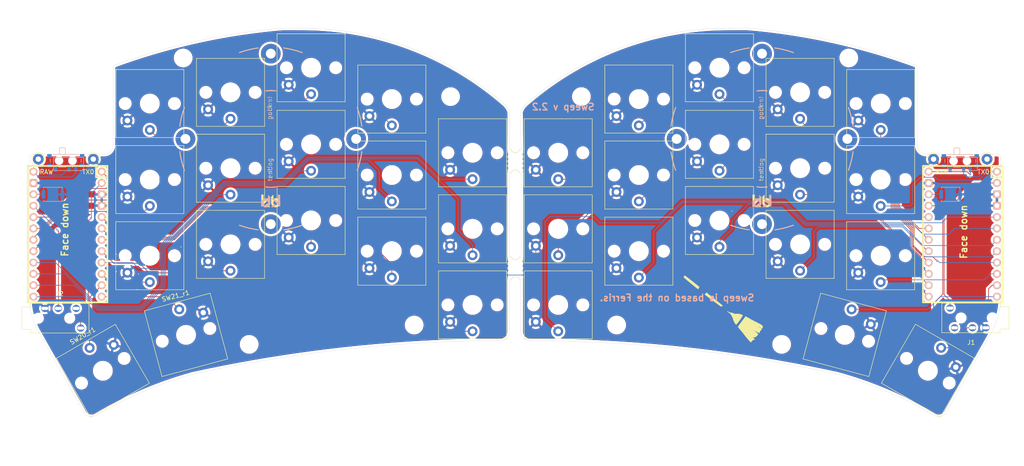
<source format=kicad_pcb>
(kicad_pcb (version 20211014) (generator pcbnew)
  (layers (0 "F.Cu" signal) (31 "B.Cu" signal) (34 "B.Paste" user) (35 "F.Paste" user) (36 "B.SilkS" user "B.Silkscreen") (37 "F.SilkS" user "F.Silkscreen") (38 "B.Mask" user) (39 "F.Mask" user) (44 "Edge.Cuts" user))
  (net 0 "")
  (net 1 "gnd")
  (net 2 "vcc")
  (net 3 "Switch18")
  (net 4 "reset")
  (net 5 "Switch1")
  (net 6 "Switch2")
  (net 7 "Switch3")
  (net 8 "Switch4")
  (net 9 "Switch5")
  (net 10 "Switch6")
  (net 11 "Switch7")
  (net 12 "Switch8")
  (net 13 "Switch9")
  (net 14 "Switch10")
  (net 15 "Switch11")
  (net 16 "Switch12")
  (net 17 "Switch13")
  (net 18 "Switch14")
  (net 19 "Switch15")
  (net 20 "Switch16")
  (net 21 "Switch17")
  (net 22 "raw")
  (net 23 "BT+_r")
  (net 24 "Switch18_r")
  (net 25 "reset_r")
  (net 26 "Switch9_r")
  (net 27 "Switch10_r")
  (net 28 "Switch11_r")
  (net 29 "Switch12_r")
  (net 30 "Switch13_r")
  (net 31 "Switch14_r")
  (net 32 "Switch15_r")
  (net 33 "Switch16_r")
  (net 34 "Switch17_r")
  (net 35 "Switch1_r")
  (net 36 "Switch2_r")
  (net 37 "Switch3_r")
  (net 38 "Switch4_r")
  (net 39 "Switch5_r")
  (net 40 "Switch6_r")
  (net 41 "Switch7_r")
  (net 42 "Switch8_r")
  (net 43 "BT+")
  (net 48 "vcc_r")
  (net 49 "raw_r")
  (footprint "env_extra:PJ-320A" (layer "F.Cu") (at 20.1032 84.16)
    (fp_text reference "J2")
    (fp_text value "AudioJack4dpb")
  )
  (footprint "Switch_Keyboard_Kailh:SW_Kailh_Choc_V1" (layer "F.Cu") (at 175.856 64.516 180)
    (fp_text reference "SW16")
    (fp_text value "SW_Push")
  )
  (footprint "Switch_Keyboard_Kailh:SW_Kailh_Choc_V1" (layer "F.Cu") (at 222.386 98.082 -30)
    (fp_text reference "SW20")
    (fp_text value "SW_Push")
  )
  (footprint "Switch_Keyboard_Kailh:SW_Kailh_Choc_V1" (layer "F.Cu") (at 157.856 71.374 180)
    (fp_text reference "SW15")
    (fp_text value "SW_Push")
  )
  (footprint "Switch_Keyboard_Kailh:SW_Kailh_Choc_V1" (layer "F.Cu") (at 203.826 90.082 -15)
    (fp_text reference "SW21")
    (fp_text value "SW_Push")
  )
  (footprint "Switch_Keyboard_Kailh:SW_Kailh_Choc_V1" (layer "F.Cu") (at 193.856 69.85 180)
    (fp_text reference "SW17")
    (fp_text value "SW_Push")
  )
  (footprint "Switch_Keyboard_Kailh:SW_Kailh_Choc_V1" (layer "F.Cu") (at 211.836 72.39 180)
    (fp_text reference "SW18")
    (fp_text value "SW_Push")
  )
  (footprint "Switch_Keyboard_Kailh:SW_Kailh_Choc_V1" (layer "F.Cu") (at 175.856 30.382 180)
    (fp_text reference "SW4")
    (fp_text value "SW_Push")
  )
  (footprint "Switch_Keyboard_Kailh:SW_Kailh_Choc_V1" (layer "F.Cu") (at 157.856 37.382 180)
    (fp_text reference "SW3")
    (fp_text value "SW_Push")
  )
  (footprint "Switch_Keyboard_Kailh:SW_Kailh_Choc_V1" (layer "F.Cu") (at 157.856 54.356 180)
    (fp_text reference "SW9")
    (fp_text value "SW_Push")
  )
  (footprint "Switch_Keyboard_Kailh:SW_Kailh_Choc_V1" (layer "F.Cu") (at 139.856 83.382 180)
    (fp_text reference "SW14")
    (fp_text value "SW_Push")
  )
  (footprint "Switch_Keyboard_Kailh:SW_Kailh_Choc_V1" (layer "F.Cu") (at 211.836 55.372 180)
    (fp_text reference "SW12")
    (fp_text value "SW_Push")
  )
  (footprint "Switch_Keyboard_Kailh:SW_Kailh_Choc_V1" (layer "F.Cu") (at 193.856 52.832 180)
    (fp_text reference "SW11")
    (fp_text value "SW_Push")
  )
  (footprint "Switch_Keyboard_Kailh:SW_Kailh_Choc_V1" (layer "F.Cu") (at 139.856 66.382 180)
    (fp_text reference "SW8")
    (fp_text value "SW_Push")
  )
  (footprint "Switch_Keyboard_Kailh:SW_Kailh_Choc_V1" (layer "F.Cu") (at 211.856 38.382 180)
    (fp_text reference "SW6")
    (fp_text value "SW_Push")
  )
  (footprint "Switch_Keyboard_Kailh:SW_Kailh_Choc_V1" (layer "F.Cu") (at 193.856 35.882 180)
    (fp_text reference "SW5")
    (fp_text value "SW_Push")
  )
  (footprint "Switch_Keyboard_Kailh:SW_Kailh_Choc_V1" (layer "F.Cu") (at 139.856 49.382 180)
    (fp_text reference "SW2")
    (fp_text value "SW_Push")
  )
  (footprint "Duckyb-Parts:mouse-bite-5mm-slot-with-space-for-track" (layer "F.Cu") (at 130.302 75.184)
    (fp_text reference "mouse-bite-2mm-slot-2" hide)
    (fp_text value "VAL**" hide)
  )
  (footprint "Switch_Keyboard_Kailh:SW_Kailh_Choc_V1" (layer "F.Cu") (at 175.856 47.498 180)
    (fp_text reference "SW10")
    (fp_text value "SW_Push")
  )
  (footprint "kbd:Tenting_Puck2" (layer "F.Cu") (at 185.356 46.282)
    (fp_text reference "PUCK1")
    (fp_text value "Tenting Puck")
  )
  (footprint "Connector_Pin:Pin_D1.0mm_L10.0mm_LooseFit" (layer "F.Cu") (at 23.786725 50.8 180)
    (fp_text reference "Bat+r1")
    (fp_text value "MountingHole_Pad")
  )
  (footprint "Connector_Pin:Pin_D1.0mm_L10.0mm_LooseFit" (layer "F.Cu") (at 223.647 50.8)
    (fp_text reference "BatGND1")
    (fp_text value "MountingHole_Pad")
  )
  (footprint "env_extra:PJ-320A" (layer "F.Cu") (at 240.4872 88.4936 180)
    (fp_text reference "J1")
    (fp_text value "AudioJack4dpb")
  )
  (footprint "Switch_Keyboard_Kailh:SW_Kailh_Choc_V1" (layer "F.Cu") (at 48.686 72.39 180)
    (fp_text reference "SW18_r1")
    (fp_text value "SW_Push")
  )
  (footprint "Switch_Keyboard_Kailh:SW_Kailh_Choc_V1" (layer "F.Cu") (at 66.7 52.832 180)
    (fp_text reference "SW11_r1")
    (fp_text value "SW_Push")
  )
  (footprint "Switch_Keyboard_Kailh:SW_Kailh_Choc_V1" (layer "F.Cu") (at 84.688 64.516 180)
    (fp_text reference "SW16_r1")
    (fp_text value "SW_Push")
  )
  (footprint "Switch_Keyboard_Kailh:SW_Kailh_Choc_V1" (layer "F.Cu") (at 102.714 71.374 180)
    (fp_text reference "SW15_r1")
    (fp_text value "SW_Push")
  )
  (footprint "Switch_Keyboard_Kailh:SW_Kailh_Choc_V1" (layer "F.Cu") (at 48.686 38.382 180)
    (fp_text reference "SW6_r1")
    (fp_text value "SW_Push")
  )
  (footprint "Switch_Keyboard_Kailh:SW_Kailh_Choc_V1" (layer "F.Cu") (at 66.7 35.882 180)
    (fp_text reference "SW5_r1")
    (fp_text value "SW_Push")
  )
  (footprint "Switch_Keyboard_Kailh:SW_Kailh_Choc_V1" (layer "F.Cu") (at 120.732 49.382 180)
    (fp_text reference "SW2_r1")
    (fp_text value "SW_Push")
  )
  (footprint "Switch_Keyboard_Kailh:SW_Kailh_Choc_V1" (layer "F.Cu") (at 66.7 69.85 180)
    (fp_text reference "SW17_r1")
    (fp_text value "SW_Push")
  )
  (footprint "Switch_Keyboard_Kailh:SW_Kailh_Choc_V1" (layer "F.Cu") (at 84.688 30.382 180)
    (fp_text reference "SW4_r1")
    (fp_text value "SW_Push")
  )
  (footprint "Switch_Keyboard_Kailh:SW_Kailh_Choc_V1" (layer "F.Cu") (at 120.732 83.382 180)
    (fp_text reference "SW14_r1")
    (fp_text value "SW_Push")
  )
  (footprint "Switch_Keyboard_Kailh:SW_Kailh_Choc_V1" (layer "F.Cu") (at 48.686 55.372 180)
    (fp_text reference "SW12_r1")
    (fp_text value "SW_Push")
  )
  (footprint "Switch_Keyboard_Kailh:SW_Kailh_Choc_V1" (layer "F.Cu") (at 102.714 37.382 180)
    (fp_text reference "SW3_r1")
    (fp_text value "SW_Push")
  )
  (footprint "Switch_Keyboard_Kailh:SW_Kailh_Choc_V1" (layer "F.Cu") (at 102.714 54.356 180)
    (fp_text reference "SW9_r1")
    (fp_text value "SW_Push")
  )
  (footprint "Switch_Keyboard_Kailh:SW_Kailh_Choc_V1" (layer "F.Cu") (at 84.688 47.498 180)
    (fp_text reference "SW10_r1")
    (fp_text value "SW_Push")
  )
  (footprint "Switch_Keyboard_Kailh:SW_Kailh_Choc_V1" (layer "F.Cu") (at 120.732 66.382 180)
    (fp_text reference "SW8_r1")
    (fp_text value "SW_Push")
  )
  (footprint "kbd:Tenting_Puck2" (layer "F.Cu") (at 75.692 46.282)
    (fp_text reference "PUCK2")
    (fp_text value "Tenting Puck")
  )
  (footprint "Connector_Pin:Pin_D1.0mm_L10.0mm_LooseFit" (layer "F.Cu") (at 36.068 50.8)
    (fp_text reference "BatGND4")
    (fp_text value "MountingHole_Pad")
  )
  (footprint "Connector_Pin:Pin_D1.0mm_L10.0mm_LooseFit" (layer "F.Cu") (at 235.585 50.8 180)
    (fp_text reference "Bat+1")
    (fp_text value "MountingHole_Pad")
  )
  (footprint "Switch_Keyboard_Kailh:SW_Kailh_Choc_V1" (layer "F.Cu") (at 38.2 98.1 30)
    (fp_text reference "SW20_r1")
    (fp_text value "SW_Push")
  )
  (footprint "MountingHole:MountingHole_3.2mm_M3" (layer "F.Cu") (at 107.696 87.884)
    (fp_text reference "H7")
    (fp_text value "MountingHole")
  )
  (footprint "Duckyb-Parts:mouse-bite-5mm-slot-with-space-for-track" (layer "F.Cu") (at 130.302 51.275)
    (fp_text reference "mouse-bite-2mm-slot-1" hide)
    (fp_text value "VAL**" hide)
  )
  (footprint "MountingHole:MountingHole_3.2mm_M3" (layer "F.Cu") (at 152.908 87.884)
    (fp_text reference "H8")
    (fp_text value "MountingHole")
  )
  (footprint "MountingHole:MountingHole_3.2mm_M3" (layer "F.Cu") (at 145.034 36.83)
    (fp_text reference "H5")
    (fp_text value "MountingHole")
  )
  (footprint "MountingHole:MountingHole_3.2mm_M3" (layer "F.Cu") (at 70.866 92.202)
    (fp_text reference "H3")
    (fp_text value "MountingHole")
  )
  (footprint "Kailh:ferris_broom" (layer "F.Cu") (at 175.58 84.09 7)
    (fp_text reference "G***" hide)
    (fp_text value "LOGO" hide)
  )
  (footprint "MountingHole:MountingHole_3.2mm_M3" (layer "F.Cu") (at 56.134 28.194)
    (fp_text reference "H1")
    (fp_text value "MountingHole")
  )
  (footprint "MountingHole:MountingHole_3.2mm_M3" (layer "F.Cu") (at 189.738 92.202)
    (fp_text reference "H6")
    (fp_text value "MountingHole")
  )
  (footprint "MountingHole:MountingHole_3.2mm_M3" (layer "F.Cu") (at 115.824 36.83)
    (fp_text reference "H4")
    (fp_text value "MountingHole")
  )
  (footprint "Switch_Keyboard_Kailh:SW_Kailh_Choc_V1" (layer "F.Cu") (at 56.775 90.075 15)
    (fp_text reference "SW21_r1")
    (fp_text value "SW_Push")
  )
  (footprint "MountingHole:MountingHole_3.2mm_M3" (layer "F.Cu") (at 204.724 28.194)
    (fp_text reference "H2")
    (fp_text value "MountingHole")
  )
  (footprint "Keebio-Parts:ArduinoProMicro-BackSide" (layer "B.Cu") (at 230.178 67.564 -90)
    (fp_text reference "U1" hide)
    (fp_text value "ProMicro-kbd" hide)
  )
  (footprint "Button_Switch_SMD:SW_SPDT_PCM12" (layer "B.Cu") (at 29.9212 51.4782)
    (fp_text reference "SW_POWERR1")
    (fp_text value "SW_SPDT")
  )
  (footprint "Button_Switch_SMD:SW_Push_SPST_NO_Alps_SKRK" (layer "B.Cu") (at 227.457 58.674 180)
    (fp_text reference "RSW1")
    (fp_text value "Reset Button")
  )
  (footprint "Keebio-Parts:ArduinoProMicro-BackSide" (layer "B.Cu") (at 30.326 67.564 -90)
    (fp_text reference "U2" hide)
    (fp_text value "ProMicro-kbd" hide)
  )
  (footprint "Button_Switch_SMD:SW_SPDT_PCM12" (layer "B.Cu") (at 229.616 51.529)
    (fp_text reference "SW_POWER1")
    (fp_text value "SW_SPDT")
  )
  (footprint "Button_Switch_SMD:SW_Push_SPST_NO_Alps_SKRK" (layer "B.Cu") (at 27.051 58.674 180)
    (fp_text reference "RSW2")
    (fp_text value "Reset Button")
  )
  (gr_rect (start 27.178 50.419) (end 33.909 53.34) (layer "B.SilkS") (width 0.12) (fill none))
  (gr_rect (start 226.822 50.419) (end 233.426 53.34) (layer "B.SilkS") (width 0.12) (fill none))
  (gr_line (start 131.5085 77.724) (end 131.506254 89.547024) (layer "Edge.Cuts") (width 0.05))
  (gr_line (start 219.998001 47.763999) (end 219.998045 30.439419) (layer "Edge.Cuts") (width 0.05))
  (gr_arc (start 226.446 107.451265) (mid 225.204995 108.32098) (end 223.714 108.05) (layer "Edge.Cuts") (width 0.05))
  (gr_arc (start 222.033002 49.694917) (mid 220.620534 49.145716) (end 219.998001 47.763999) (layer "Edge.Cuts") (width 0.05))
  (gr_arc (start 182.067777 21.502679) (mid 201.091879 24.375764) (end 219.56329 29.758889) (layer "Edge.Cuts") (width 0.05))
  (gr_arc (start 132.893 38.265) (mid 153.988491 25.788882) (end 178.120389 21.508139) (layer "Edge.Cuts") (width 0.05))
  (gr_arc (start 237.938 49.692) (mid 238.46833 49.91167) (end 238.688 50.442) (layer "Edge.Cuts") (width 0.05))
  (gr_arc (start 131.466055 40.278702) (mid 132.022929 39.160882) (end 132.893 38.265) (layer "Edge.Cuts") (width 0.05))
  (gr_arc (start 133.544 91.383119) (mid 132.156573 90.874102) (end 131.506254 89.547024) (layer "Edge.Cuts") (width 0.05))
  (gr_arc (start 219.56329 29.758889) (mid 219.880079 30.035645) (end 219.998045 30.439419) (layer "Edge.Cuts") (width 0.05))
  (gr_arc (start 202.185134 98.863946) (mid 213.262488 102.723597) (end 223.714 108.05) (layer "Edge.Cuts") (width 0.05))
  (gr_line (start 222.033002 49.694917) (end 237.938 49.692) (layer "Edge.Cuts") (width 0.05))
  (gr_arc (start 133.544 91.383119) (mid 168.064442 93.289554) (end 202.185134 98.863946) (layer "Edge.Cuts") (width 0.05))
  (gr_line (start 238.688 58.42) (end 238.688 66.548) (layer "Edge.Cuts") (width 0.05))
  (gr_line (start 236.953304 88.85815) (end 226.446 107.451265) (layer "Edge.Cuts") (width 0.05))
  (gr_arc (start 238.7 81.534) (mid 238.242913 85.295347) (end 236.953304 88.85815) (layer "Edge.Cuts") (width 0.05))
  (gr_line (start 182.067777 21.502679) (end 178.120389 21.508139) (layer "Edge.Cuts") (width 0.05))
  (gr_line (start 238.688 50.442) (end 238.688 58.42) (layer "Edge.Cuts") (width 0.05))
  (gr_line (start 131.466055 40.278702) (end 131.572 48.768) (layer "Edge.Cuts") (width 0.05))
  (gr_line (start 129.3495 48.768) (end 128.96 48.768) (layer "Edge.Cuts") (width 0.05))
  (gr_line (start 238.688 66.548) (end 238.688 75.438) (layer "Edge.Cuts") (width 0.05))
  (gr_line (start 238.688 75.438) (end 238.7 81.534) (layer "Edge.Cuts") (width 0.05))
  (gr_line (start 129.3495 72.644) (end 128.96 72.644) (layer "Edge.Cuts") (width 0.05))
  (gr_line (start 129.3495 53.848) (end 128.96 53.848) (layer "Edge.Cuts") (width 0.05))
  (gr_line (start 129.3495 77.724) (end 128.96 77.724) (layer "Edge.Cuts") (width 0.05))
  (gr_line (start 131.572 53.848) (end 131.572 72.644) (layer "Edge.Cuts") (width 0.05))
  (gr_line (start 78.412223 21.502679) (end 82.613611 21.508139) (layer "Edge.Cuts") (width 0.05))
  (gr_line (start 21.792 50.442) (end 21.792 58.42) (layer "Edge.Cuts") (width 0.05))
  (gr_line (start 128.96 77.724) (end 128.975507 89.545022) (layer "Edge.Cuts") (width 0.05))
  (gr_arc (start 127.587 38.265) (mid 128.457071 39.160882) (end 129.013945 40.278702) (layer "Edge.Cuts") (width 0.05))
  (gr_arc (start 128.975507 89.545022) (mid 128.324689 90.873432) (end 126.936 91.383119) (layer "Edge.Cuts") (width 0.05))
  (gr_line (start 40.481999 47.763999) (end 40.481955 30.439419) (layer "Edge.Cuts") (width 0.05))
  (gr_line (start 21.792 66.548) (end 21.792 73.914) (layer "Edge.Cuts") (width 0.05))
  (gr_line (start 23.526696 88.85815) (end 34.034 107.451265) (layer "Edge.Cuts") (width 0.05))
  (gr_arc (start 40.481999 47.763999) (mid 39.859467 49.145717) (end 38.446998 49.694917) (layer "Edge.Cuts") (width 0.05))
  (gr_arc (start 40.91671 29.758889) (mid 59.388121 24.375764) (end 78.412223 21.502679) (layer "Edge.Cuts") (width 0.05))
  (gr_arc (start 58.294866 98.863946) (mid 92.415558 93.289555) (end 126.936 91.383119) (layer "Edge.Cuts") (width 0.05))
  (gr_arc (start 23.526696 88.85815) (mid 22.237087 85.295347) (end 21.78 81.534) (layer "Edge.Cuts") (width 0.05))
  (gr_arc (start 21.792 50.442) (mid 22.01167 49.91167) (end 22.542 49.692) (layer "Edge.Cuts") (width 0.05))
  (gr_line (start 38.446998 49.694917) (end 22.542 49.692) (layer "Edge.Cuts") (width 0.05))
  (gr_line (start 21.792 58.42) (end 21.792 66.548) (layer "Edge.Cuts") (width 0.05))
  (gr_arc (start 40.481955 30.439419) (mid 40.599921 30.035645) (end 40.91671 29.758889) (layer "Edge.Cuts") (width 0.05))
  (gr_arc (start 36.766 108.05) (mid 35.275005 108.32098) (end 34.034 107.451265) (layer "Edge.Cuts") (width 0.05))
  (gr_arc (start 82.613611 21.508139) (mid 106.610476 25.833455) (end 127.587 38.265) (layer "Edge.Cuts") (width 0.05))
  (gr_arc (start 36.766 108.05) (mid 47.217512 102.723597) (end 58.294866 98.863946) (layer "Edge.Cuts") (width 0.05))
  (gr_line (start 21.792 73.914) (end 21.78 81.534) (layer "Edge.Cuts") (width 0.05))
  (gr_line (start 128.96 53.848) (end 128.96 72.644) (layer "Edge.Cuts") (width 0.05))
  (gr_line (start 129.013945 40.278702) (end 128.96 48.768) (layer "Edge.Cuts") (width 0.05))
  (gr_line (start 131.572 48.768) (end 131.2545 48.768) (layer "Edge.Cuts") (width 0.05))
  (gr_arc (start 131.254499 72.644) (mid 130.302 73.288873) (end 129.349501 72.643999) (layer "Edge.Cuts") (width 0.05))
  (gr_line (start 131.572 53.848) (end 131.2545 53.848) (layer "Edge.Cuts") (width 0.05))
  (gr_arc (start 129.349501 77.724) (mid 130.302 77.079127) (end 131.254499 77.724001) (layer "Edge.Cuts") (width 0.05))
  (gr_line (start 131.572 72.644) (end 131.2545 72.644) (layer "Edge.Cuts") (width 0.05))
  (gr_arc (start 131.254499 48.768) (mid 130.302 49.412873) (end 129.349501 48.767999) (layer "Edge.Cuts") (width 0.05))
  (gr_line (start 131.5085 77.724) (end 131.2545 77.724) (layer "Edge.Cuts") (width 0.05))
  (gr_arc (start 129.349501 53.848) (mid 130.302 53.203127) (end 131.254499 53.848001) (layer "Edge.Cuts") (width 0.05))
  (gr_text "Sweep v 2.2" (at 140.97 39.116) (layer "B.SilkS") (effects (font (size 1.5 1.5) (thickness 0.3)) (justify mirror)))
  (gr_text "Sweep is based on the Ferris." (at 166.37 81.788) (layer "B.SilkS") (effects (font (size 1.5 1.5) (thickness 0.3)) (justify mirror)))
  (gr_text "Face down" (at 230.378 67.056 90) (layer "F.SilkS") (effects (font (size 1.5 1.5) (thickness 0.3))))
  (gr_text "Face down" (at 29.718 66.548 90) (layer "F.SilkS") (effects (font (size 1.5 1.5) (thickness 0.3))))
  (via (at 45.8978 79.9592) (size 0.4) (drill 0.2) (layers "F.Cu" "B.Cu") (net 1))
  (via (at 41.1988 72.009) (size 0.4) (drill 0.2) (layers "F.Cu" "B.Cu") (net 1))
  (via (at 55.626 70.4342) (size 0.4) (drill 0.2) (layers "F.Cu" "B.Cu") (net 1))
  (via (at 178.6128 62.4078) (size 0.4) (drill 0.2) (layers "F.Cu" "B.Cu") (net 1))
  (via (at 41.1988 75.9714) (size 0.4) (drill 0.2) (layers "F.Cu" "B.Cu") (net 1))
  (via (at 46.1518 76.4794) (size 0.4) (drill 0.2) (layers "F.Cu" "B.Cu") (net 1))
  (segment (start 122.258 76.708) (end 115.732 70.182) (width 0.15) (layer "B.Cu") (net 1))
  (segment (start 134.856 74.6686) (end 134.856 70.182) (width 0.15) (layer "B.Cu") (net 1))
  (segment (start 132.8166 76.708) (end 122.258 76.708) (width 0.15) (layer "B.Cu") (net 1))
  (segment (start 133.0706 76.708) (end 132.8166 76.708) (width 0.15) (layer "B.Cu") (net 1))
  (segment (start 132.8166 76.708) (end 134.856 74.6686) (width 0.15) (layer "B.Cu") (net 1))
  (segment (start 223.6724 87.7316) (end 223.6724 83.0072) (width 0.15) (layer "F.Cu") (net 2))
  (segment (start 229.6922 90.0176) (end 225.9584 90.0176) (width 0.15) (layer "F.Cu") (net 2))
  (segment (start 224.2312 61.214) (end 222.558 61.214) (width 0.15) (layer "F.Cu") (net 2))
  (segment (start 225.9584 90.0176) (end 223.6724 87.7316) (width 0.15) (layer "F.Cu") (net 2))
  (segment (start 225.7044 62.6872) (end 224.2312 61.214) (width 0.15) (layer "F.Cu") (net 2))
  (segment (start 231.2162 88.4936) (end 229.6922 90.0176) (width 0.15) (layer "F.Cu") (net 2))
  (segment (start 232.3372 88.4936) (end 231.2162 88.4936) (width 0.15) (layer "F.Cu") (net 2))
  (segment (start 225.7044 80.9752) (end 225.7044 62.6872) (width 0.15) (layer "F.Cu") (net 2))
  (segment (start 223.6724 83.0072) (end 225.7044 80.9752) (width 0.15) (layer "F.Cu") (net 2))
  (segment (start 227.3372 84.0936) (end 227.3372 82.432264) (width 0.15) (layer "F.Cu") (net 3))
  (segment (start 232.7656 56.134) (end 237.798 56.134) (width 0.15) (layer "F.Cu") (net 3))
  (segment (start 226.0044 81.099464) (end 226.0044 62.8952) (width 0.15) (layer "F.Cu") (net 3))
  (segment (start 226.0044 62.8952) (end 232.7656 56.134) (width 0.15) (layer "F.Cu") (net 3))
  (segment (start 227.3372 82.432264) (end 226.0044 81.099464) (width 0.15) (layer "F.Cu") (net 3))
  (segment (start 225.357 58.674) (end 222.558 58.674) (width 0.15) (layer "B.Cu") (net 4))
  (segment (start 221.712264 72.644) (end 219.051868 69.983604) (width 0.15) (layer "F.Cu") (net 5))
  (segment (start 151.892 51.181) (end 147.791 55.282) (width 0.15) (layer "F.Cu") (net 5))
  (segment (start 219.051868 66.176396) (end 214.792 61.916528) (width 0.15) (layer "F.Cu") (net 5))
  (segment (start 147.791 55.282) (end 139.856 55.282) (width 0.15) (layer "F.Cu") (net 5))
  (segment (start 221.712264 72.644) (end 223.52 72.644) (width 0.15) (layer "F.Cu") (net 5))
  (segment (start 154.813 51.181) (end 151.892 51.181) (width 0.15) (layer "F.Cu") (net 5))
  (segment (start 219.051868 69.983604) (end 219.051868 66.176396) (width 0.15) (layer "F.Cu") (net 5))
  (segment (start 163.403 42.591) (end 154.813 51.181) (width 0.15) (layer "F.Cu") (net 5))
  (segment (start 211.379472 50.811) (end 201.303208 50.811) (width 0.15) (layer "F.Cu") (net 5))
  (segment (start 201.303208 50.811) (end 199.112972 48.620764) (width 0.15) (layer "F.Cu") (net 5))
  (segment (start 224.3836 73.5076) (end 223.52 72.644) (width 0.15) (layer "F.Cu") (net 5))
  (segment (start 181.316472 42.591) (end 163.403 42.591) (width 0.15) (layer "F.Cu") (net 5))
  (segment (start 214.792 54.223528) (end 211.379472 50.811) (width 0.15) (layer "F.Cu") (net 5))
  (segment (start 187.346236 48.620764) (end 181.316472 42.591) (width 0.15) (layer "F.Cu") (net 5))
  (segment (start 214.792 61.916528) (end 214.792 54.223528) (width 0.15) (layer "F.Cu") (net 5))
  (segment (start 199.112972 48.620764) (end 187.346236 48.620764) (width 0.15) (layer "F.Cu") (net 5))
  (via (at 224.3836 73.5076) (size 0.4) (drill 0.2) (layers "F.Cu" "B.Cu") (net 5))
  (segment (start 224.9932 73.914) (end 224.9424 73.8632) (width 0.15) (layer "B.Cu") (net 5))
  (segment (start 224.5868 73.5076) (end 224.3836 73.5076) (width 0.15) (layer "B.Cu") (net 5))
  (segment (start 237.798 73.914) (end 224.9932 73.914) (width 0.15) (layer "B.Cu") (net 5))
  (segment (start 224.9424 73.8632) (end 224.5868 73.5076) (width 0.15) (layer "B.Cu") (net 5))
  (segment (start 219.351868 66.052132) (end 215.092 61.792264) (width 0.15) (layer "F.Cu") (net 6))
  (segment (start 158.847 42.291) (end 157.856 43.282) (width 0.15) (layer "F.Cu") (net 6))
  (segment (start 222.333736 71.374) (end 219.351868 68.392132) (width 0.15) (layer "F.Cu") (net 6))
  (segment (start 222.558 71.374) (end 222.333736 71.374) (width 0.15) (layer "F.Cu") (net 6))
  (segment (start 201.427472 50.511) (end 199.237236 48.320764) (width 0.15) (layer "F.Cu") (net 6))
  (segment (start 181.440736 42.291) (end 158.847 42.291) (width 0.15) (layer "F.Cu") (net 6))
  (segment (start 211.503736 50.511) (end 201.427472 50.511) (width 0.15) (layer "F.Cu") (net 6))
  (segment (start 199.237236 48.320764) (end 187.4705 48.320764) (width 0.15) (layer "F.Cu") (net 6))
  (segment (start 187.4705 48.320764) (end 181.440736 42.291) (width 0.15) (layer "F.Cu") (net 6))
  (segment (start 215.092 54.099264) (end 211.503736 50.511) (width 0.15) (layer "F.Cu") (net 6))
  (segment (start 215.092 61.792264) (end 215.092 54.099264) (width 0.15) (layer "F.Cu") (net 6))
  (segment (start 219.351868 68.392132) (end 219.351868 66.052132) (width 0.15) (layer "F.Cu") (net 6))
  (segment (start 199.3615 48.020764) (end 187.594764 48.020764) (width 0.15) (layer "F.Cu") (net 7))
  (segment (start 215.392 53.975) (end 211.628 50.211) (width 0.15) (layer "F.Cu") (net 7))
  (segment (start 187.594764 48.020764) (end 175.856 36.282) (width 0.15) (layer "F.Cu") (net 7))
  (segment (start 201.551736 50.211) (end 199.3615 48.020764) (width 0.15) (layer "F.Cu") (net 7))
  (segment (start 211.628 50.211) (end 201.551736 50.211) (width 0.15) (layer "F.Cu") (net 7))
  (segment (start 222.558 68.834) (end 215.392 61.668) (width 0.15) (layer "F.Cu") (net 7))
  (segment (start 215.392 61.668) (end 215.392 53.975) (width 0.15) (layer "F.Cu") (net 7))
  (segment (start 211.752264 49.911) (end 201.676 49.911) (width 0.15) (layer "F.Cu") (net 8))
  (segment (start 193.856 42.091) (end 193.856 41.782) (width 0.15) (layer "F.Cu") (net 8))
  (segment (start 201.676 49.911) (end 193.856 42.091) (width 0.15) (layer "F.Cu") (net 8))
  (segment (start 215.692 53.850736) (end 211.752264 49.911) (width 0.15) (layer "F.Cu") (net 8))
  (segment (start 220.442264 66.294) (end 215.692 61.543736) (width 0.15) (layer "F.Cu") (net 8))
  (segment (start 222.558 66.294) (end 220.442264 66.294) (width 0.15) (layer "F.Cu") (net 8))
  (segment (start 215.692 61.543736) (end 215.692 53.850736) (width 0.15) (layer "F.Cu") (net 8))
  (segment (start 218.326528 63.754) (end 215.992 61.419472) (width 0.15) (layer "F.Cu") (net 9))
  (segment (start 215.992 61.419472) (end 215.992 53.726472) (width 0.15) (layer "F.Cu") (net 9))
  (segment (start 222.558 63.754) (end 218.326528 63.754) (width 0.15) (layer "F.Cu") (net 9))
  (segment (start 211.856 49.590472) (end 211.856 44.282) (width 0.15) (layer "F.Cu") (net 9))
  (segment (start 215.992 53.726472) (end 211.856 49.590472) (width 0.15) (layer "F.Cu") (net 9))
  (segment (start 181.192208 42.891) (end 187.221972 48.920764) (width 0.15) (layer "F.Cu") (net 10))
  (segment (start 211.255208 51.111) (end 214.492 54.347792) (width 0.15) (layer "F.Cu") (net 10))
  (segment (start 147.066 62.484) (end 147.066 56.431264) (width 0.15) (layer "F.Cu") (net 10))
  (segment (start 214.492 62.040792) (end 218.751868 66.30066) (width 0.15) (layer "F.Cu") (net 10))
  (segment (start 218.751868 66.30066) (end 218.751868 70.107868) (width 0.15) (layer "F.Cu") (net 10))
  (segment (start 147.066 56.431264) (end 152.016264 51.481) (width 0.15) (layer "F.Cu") (net 10))
  (segment (start 163.527264 42.891) (end 181.192208 42.891) (width 0.15) (layer "F.Cu") (net 10))
  (segment (start 214.492 54.347792) (end 214.492 62.040792) (width 0.15) (layer "F.Cu") (net 10))
  (segment (start 154.937264 51.481) (end 163.527264 42.891) (width 0.15) (layer "F.Cu") (net 10))
  (segment (start 201.178944 51.111) (end 211.255208 51.111) (width 0.15) (layer "F.Cu") (net 10))
  (segment (start 139.856 72.282) (end 139.856 69.694) (width 0.15) (layer "F.Cu") (net 10))
  (segment (start 152.016264 51.481) (end 154.937264 51.481) (width 0.15) (layer "F.Cu") (net 10))
  (segment (start 198.988708 48.920764) (end 201.178944 51.111) (width 0.15) (layer "F.Cu") (net 10))
  (segment (start 218.751868 70.107868) (end 222.558 73.914) (width 0.15) (layer "F.Cu") (net 10))
  (segment (start 139.856 69.694) (end 147.066 62.484) (width 0.15) (layer "F.Cu") (net 10))
  (segment (start 187.221972 48.920764) (end 198.988708 48.920764) (width 0.15) (layer "F.Cu") (net 10))
  (segment (start 187.097708 49.220764) (end 181.067944 43.191) (width 0.15) (layer "F.Cu") (net 11))
  (segment (start 214.192 54.472056) (end 211.130944 51.411) (width 0.15) (layer "F.Cu") (net 11))
  (segment (start 222.558 76.454) (end 220.726 74.622) (width 0.15) (layer "F.Cu") (net 11))
  (segment (start 160.655 46.187528) (end 160.655 57.457) (width 0.15) (layer "F.Cu") (net 11))
  (segment (start 220.726 74.622) (end 220.726 72.506264) (width 0.15) (layer "F.Cu") (net 11))
  (segment (start 220.726 72.506264) (end 218.44 70.220264) (width 0.15) (layer "F.Cu") (net 11))
  (segment (start 218.44 70.220264) (end 218.44 66.413056) (width 0.15) (layer "F.Cu") (net 11))
  (segment (start 181.067944 43.191) (end 163.651528 43.191) (width 0.15) (layer "F.Cu") (net 11))
  (segment (start 214.192 62.165056) (end 214.192 54.472056) (width 0.15) (layer "F.Cu") (net 11))
  (segment (start 218.44 66.413056) (end 214.192 62.165056) (width 0.15) (layer "F.Cu") (net 11))
  (segment (start 163.651528 43.191) (end 160.655 46.187528) (width 0.15) (layer "F.Cu") (net 11))
  (segment (start 201.05468 51.411) (end 198.864444 49.220764) (width 0.15) (layer "F.Cu") (net 11))
  (segment (start 160.655 57.457) (end 157.856 60.256) (width 0.15) (layer "F.Cu") (net 11))
  (segment (start 198.864444 49.220764) (end 187.097708 49.220764) (width 0.15) (layer "F.Cu") (net 11))
  (segment (start 211.130944 51.411) (end 201.05468 51.411) (width 0.15) (layer "F.Cu") (net 11))
  (segment (start 208.915 61.119528) (end 208.915 54.356) (width 0.15) (layer "F.Cu") (net 12))
  (segment (start 179.578 44.831) (end 182.28368 44.831) (width 0.15) (layer "F.Cu") (net 12))
  (segment (start 175.856 53.398) (end 178.816 50.438) (width 0.15) (layer "F.Cu") (net 12))
  (segment (start 178.816 45.593) (end 179.578 44.831) (width 0.15) (layer "F.Cu") (net 12))
  (segment (start 200.930416 51.711) (end 206.27 51.711) (width 0.15) (layer "F.Cu") (net 12))
  (segment (start 219.71 71.914528) (end 208.915 61.119528) (width 0.15) (layer "F.Cu") (net 12))
  (segment (start 219.71 76.146) (end 219.71 71.914528) (width 0.15) (layer "F.Cu") (net 12))
  (segment (start 178.816 50.438) (end 178.816 45.593) (width 0.15) (layer "F.Cu") (net 12))
  (segment (start 186.973444 49.520764) (end 198.74018 49.520764) (width 0.15) (layer "F.Cu") (net 12))
  (segment (start 182.28368 44.831) (end 186.973444 49.520764) (width 0.15) (layer "F.Cu") (net 12))
  (segment (start 208.915 54.356) (end 206.27 51.711) (width 0.15) (layer "F.Cu") (net 12))
  (segment (start 222.558 78.994) (end 219.71 76.146) (width 0.15) (layer "F.Cu") (net 12))
  (segment (start 198.74018 49.520764) (end 200.930416 51.711) (width 0.15) (layer "F.Cu") (net 12))
  (segment (start 197.427 58.732) (end 193.856 58.732) (width 0.15) (layer "F.Cu") (net 13))
  (segment (start 206.145736 52.011) (end 204.148 52.011) (width 0.15) (layer "F.Cu") (net 13))
  (segment (start 204.148 52.011) (end 197.427 58.732) (width 0.15) (layer "F.Cu") (net 13))
  (segment (start 222.558 81.534) (end 219.41 78.386) (width 0.15) (layer "F.Cu") (net 13))
  (segment (start 208.615 61.243792) (end 208.615 54.480264) (width 0.15) (layer "F.Cu") (net 13))
  (segment (start 208.615 54.480264) (end 206.145736 52.011) (width 0.15) (layer "F.Cu") (net 13))
  (segment (start 219.41 78.386) (end 219.41 72.038792) (width 0.15) (layer "F.Cu") (net 13))
  (segment (start 219.41 72.038792) (end 208.615 61.243792) (width 0.15) (layer "F.Cu") (net 13))
  (segment (start 218.948 60.833) (end 218.509 61.272) (width 0.15) (layer "B.Cu") (net 14))
  (segment (start 218.948 56.642) (end 218.948 60.833) (width 0.15) (layer "B.Cu") (net 14))
  (segment (start 235.585 53.594) (end 233.68 55.499) (width 0.15) (layer "B.Cu") (net 14))
  (segment (start 218.509 61.272) (end 211.836 61.272) (width 0.15) (layer "B.Cu") (net 14))
  (segment (start 237.798 53.594) (end 235.585 53.594) (width 0.15) (layer "B.Cu") (net 14))
  (segment (start 224.028 54.864) (end 220.726 54.864) (width 0.15) (layer "B.Cu") (net 14))
  (segment (start 233.68 55.499) (end 224.663 55.499) (width 0.15) (layer "B.Cu") (net 14))
  (segment (start 220.726 54.864) (end 218.948 56.642) (width 0.15) (layer "B.Cu") (net 14))
  (segment (start 224.663 55.499) (end 224.028 54.864) (width 0.15) (layer "B.Cu") (net 14))
  (segment (start 149.098 65.024) (end 162.687 65.024) (width 0.15) (layer "B.Cu") (net 15))
  (segment (start 190.373 60.198) (end 195.199 65.024) (width 0.15) (layer "B.Cu") (net 15))
  (segment (start 138.049 63.627) (end 147.701 63.627) (width 0.15) (layer "B.Cu") (net 15))
  (segment (start 162.687 65.024) (end 167.513 60.198) (width 0.15) (layer "B.Cu") (net 15))
  (segment (start 226.822 63.754) (end 237.798 63.754) (width 0.15) (layer "B.Cu") (net 15))
  (segment (start 225.552 65.024) (end 226.822 63.754) (width 0.15) (layer "B.Cu") (net 15))
  (segment (start 195.199 65.024) (end 225.552 65.024) (width 0.15) (layer "B.Cu") (net 15))
  (segment (start 136.906 86.332) (end 136.906 64.77) (width 0.15) (layer "B.Cu") (net 15))
  (segment (start 139.856 89.282) (end 136.906 86.332) (width 0.15) (layer "B.Cu") (net 15))
  (segment (start 167.513 60.198) (end 190.373 60.198) (width 0.15) (layer "B.Cu") (net 15))
  (segment (start 147.701 63.627) (end 149.098 65.024) (width 0.15) (layer "B.Cu") (net 15))
  (segment (start 136.906 64.77) (end 138.049 63.627) (width 0.15) (layer "B.Cu") (net 15))
  (segment (start 195.074736 65.324) (end 190.248736 60.498) (width 0.15) (layer "B.Cu") (net 16))
  (segment (start 161.163 66.972264) (end 161.163 73.967) (width 0.15) (layer "B.Cu") (net 16))
  (segment (start 221.234 67.564) (end 218.994 65.324) (width 0.15) (layer "B.Cu") (net 16))
  (segment (start 167.637264 60.498) (end 161.163 66.972264) (width 0.15) (layer "B.Cu") (net 16))
  (segment (start 228.346 66.294) (end 227.076 67.564) (width 0.15) (layer "B.Cu") (net 16))
  (segment (start 190.248736 60.498) (end 167.637264 60.498) (width 0.15) (layer "B.Cu") (net 16))
  (segment (start 237.798 66.294) (end 228.346 66.294) (width 0.15) (layer "B.Cu") (net 16))
  (segment (start 227.076 67.564) (end 221.234 67.564) (width 0.15) (layer "B.Cu") (net 16))
  (segment (start 218.994 65.324) (end 195.074736 65.324) (width 0.15) (layer "B.Cu") (net 16))
  (segment (start 161.163 73.967) (end 157.856 77.274) (width 0.15) (layer "B.Cu") (net 16))
  (segment (start 216.881 65.624) (end 221.361 70.104) (width 0.15) (layer "B.Cu") (net 17))
  (segment (start 236.528 70.104) (end 237.798 68.834) (width 0.15) (layer "B.Cu") (net 17))
  (segment (start 194.950472 65.624) (end 216.881 65.624) (width 0.15) (layer "B.Cu") (net 17))
  (segment (start 221.361 70.104) (end 236.528 70.104) (width 0.15) (layer "B.Cu") (net 17))
  (segment (start 182.407 60.798) (end 190.124472 60.798) (width 0.15) (layer "B.Cu") (net 17))
  (segment (start 175.856 69.254) (end 178.689 66.421) (width 0.15) (layer "B.Cu") (net 17))
  (segment (start 178.689 66.421) (end 178.689 64.516) (width 0.15) (layer "B.Cu") (net 17))
  (segment (start 178.689 64.516) (end 182.407 60.798) (width 0.15) (layer "B.Cu") (net 17))
  (segment (start 190.124472 60.798) (end 194.950472 65.624) (width 0.15) (layer "B.Cu") (net 17))
  (segment (start 175.856 70.416) (end 175.856 69.254) (width 0.15) (layer "B.Cu") (net 17))
  (segment (start 196.962 72.644) (end 193.856 75.75) (width 0.15) (layer "B.Cu") (net 18))
  (segment (start 221.488 72.644) (end 219.116868 70.272868) (width 0.15) (layer "B.Cu") (net 18))
  (segment (start 196.977 66.929) (end 196.977 72.644) (width 0.15) (layer "B.Cu") (net 18))
  (segment (start 219.116868 68.284132) (end 216.756736 65.924) (width 0.15) (layer "B.Cu") (net 18))
  (segment (start 236.528 72.644) (end 221.488 72.644) (width 0.15) (layer "B.Cu") (net 18))
  (segment (start 219.116868 70.272868) (end 219.116868 68.284132) (width 0.15) (layer "B.Cu") (net 18))
  (segment (start 237.798 71.374) (end 236.528 72.644) (width 0.15) (layer "B.Cu") (net 18))
  (segment (start 196.977 72.644) (end 196.962 72.644) (width 0.15) (layer "B.Cu") (net 18))
  (segment (start 197.982 65.924) (end 196.977 66.929) (width 0.15) (layer "B.Cu") (net 18))
  (segment (start 216.756736 65.924) (end 197.982 65.924) (width 0.15) (layer "B.Cu") (net 18))
  (segment (start 211.836 78.29) (end 212.3512 77.7748) (width 0.15) (layer "B.Cu") (net 19))
  (segment (start 236.3216 76.454) (end 237.798 76.454) (width 0.15) (layer "B.Cu") (net 19))
  (segment (start 212.3512 77.7748) (end 235.0008 77.7748) (width 0.15) (layer "B.Cu") (net 19))
  (segment (start 235.0008 77.7748) (end 236.3216 76.454) (width 0.15) (layer "B.Cu") (net 19))
  (segment (start 225.336 92.97245) (end 230.47115 92.97245) (width 0.15) (layer "F.Cu") (net 20))
  (segment (start 235.9152 79.8068) (end 236.728 78.994) (width 0.15) (layer "F.Cu") (net 20))
  (segment (start 236.728 78.994) (end 237.798 78.994) (width 0.15) (layer "F.Cu") (net 20))
  (segment (start 230.47115 92.97245) (end 233.934 89.5096) (width 0.15) (layer "F.Cu") (net 20))
  (segment (start 235.9152 82.1944) (end 235.9152 79.8068) (width 0.15) (layer "F.Cu") (net 20))
  (segment (start 233.934 89.5096) (end 233.934 84.1756) (width 0.15) (layer "F.Cu") (net 20))
  (segment (start 233.934 84.1756) (end 235.9152 82.1944) (width 0.15) (layer "F.Cu") (net 20))
  (segment (start 222.347362 84.383038) (end 205.353032 84.383038) (width 0.15) (layer "B.Cu") (net 21))
  (segment (start 225.1964 81.534) (end 222.347362 84.383038) (width 0.15) (layer "B.Cu") (net 21))
  (segment (start 237.798 81.534) (end 225.1964 81.534) (width 0.15) (layer "B.Cu") (net 21))
  (segment (start 231.14 53.594) (end 222.558 53.594) (width 0.15) (layer "F.Cu") (net 22))
  (segment (start 231.775 54.229) (end 231.14 53.594) (width 0.15) (layer "F.Cu") (net 22))
  (via (at 231.775 54.229) (size 0.4) (drill 0.2) (layers "F.Cu" "B.Cu") (net 22))
  (segment (start 231.866 54.138) (end 231.775 54.229) (width 0.15) (layer "B.Cu") (net 22))
  (segment (start 231.866 52.959) (end 231.866 54.138) (width 0.15) (layer "B.Cu") (net 22))
  (segment (start 29.083 54.356) (end 26.162 54.356) (width 0.15) (layer "B.Cu") (net 23))
  (segment (start 23.786725 51.980725) (end 23.786725 50.8) (width 0.15) (layer "B.Cu") (net 23))
  (segment (start 26.162 54.356) (end 23.786725 51.980725) (width 0.15) (layer "B.Cu") (net 23))
  (segment (start 30.5308 52.9082) (end 29.083 54.356) (width 0.15) (layer "B.Cu") (net 23))
  (segment (start 30.6712 52.9082) (end 30.5308 52.9082) (width 0.15) (layer "B.Cu") (net 23))
  (segment (start 34.95 64.5926) (end 34.95 72.2126) (width 0.15) (layer "F.Cu") (net 24))
  (segment (start 35.5346 64.008) (end 34.95 64.5926) (width 0.15) (layer "F.Cu") (net 24))
  (segment (start 33.2532 86.99) (end 33.2532 88.56) (width 0.15) (layer "F.Cu") (net 24))
  (segment (start 34.95 85.2932) (end 33.2532 86.99) (width 0.15) (layer "F.Cu") (net 24))
  (segment (start 34.95 72.2126) (end 34.95 85.2932) (width 0.15) (layer "F.Cu") (net 24))
  (via (at 35.5346 64.008) (size 0.4) (drill 0.2) (layers "F.Cu" "B.Cu") (net 24))
  (segment (start 35.6362 63.9064) (end 35.6362 58.4438) (width 0.15) (layer "B.Cu") (net 24))
  (segment (start 35.6362 58.4438) (end 37.946 56.134) (width 0.15) (layer "B.Cu") (net 24))
  (segment (start 35.5346 64.008) (end 35.6362 63.9064) (width 0.15) (layer "B.Cu") (net 24))
  (segment (start 22.706 58.674) (end 24.951 58.674) (width 0.15) (layer "B.Cu") (net 25))
  (segment (start 33.982408 81.534) (end 37.041408 84.593) (width 0.15) (layer "B.Cu") (net 26))
  (segment (start 52.1318 70.578392) (end 63.978192 58.732) (width 0.15) (layer "B.Cu") (net 26))
  (segment (start 22.706 81.534) (end 33.982408 81.534) (width 0.15) (layer "B.Cu") (net 26))
  (segment (start 37.041408 84.593) (end 46.836928 84.593) (width 0.15) (layer "B.Cu") (net 26))
  (segment (start 46.836928 84.593) (end 52.1318 79.298128) (width 0.15) (layer "B.Cu") (net 26))
  (segment (start 52.1318 79.298128) (end 52.1318 70.578392) (width 0.15) (layer "B.Cu") (net 26))
  (segment (start 63.978192 58.732) (end 66.7 58.732) (width 0.15) (layer "B.Cu") (net 26))
  (segment (start 43.5658 62.8444) (end 47.1136 62.8444) (width 0.15) (layer "F.Cu") (net 27))
  (segment (start 40.051 55.699) (end 40.051 56.728472) (width 0.15) (layer "F.Cu") (net 27))
  (segment (start 41.8084 58.485872) (end 41.8084 61.087) (width 0.15) (layer "F.Cu") (net 27))
  (segment (start 37.946 53.594) (end 40.051 55.699) (width 0.15) (layer "F.Cu") (net 27))
  (segment (start 41.8084 61.087) (end 43.5658 62.8444) (width 0.15) (layer "F.Cu") (net 27))
  (segment (start 47.1136 62.8444) (end 48.686 61.272) (width 0.15) (layer "F.Cu") (net 27))
  (segment (start 40.051 56.728472) (end 41.8084 58.485872) (width 0.15) (layer "F.Cu") (net 27))
  (segment (start 114.4026 89.282) (end 113.4872 88.3666) (width 0.15) (layer "F.Cu") (net 28))
  (segment (start 53.929672 68.234) (end 42.426 68.234) (width 0.15) (layer "F.Cu") (net 28))
  (segment (start 42.426 68.234) (end 37.946 63.754) (width 0.15) (layer "F.Cu") (net 28))
  (segment (start 120.732 89.282) (end 114.4026 89.282) (width 0.15) (layer "F.Cu") (net 28))
  (segment (start 99.9442 69.903536) (end 91.518264 61.4776) (width 0.15) (layer "F.Cu") (net 28))
  (segment (start 113.4872 85.04634) (end 99.9442 71.50334) (width 0.15) (layer "F.Cu") (net 28))
  (segment (start 99.9442 71.50334) (end 99.9442 69.903536) (width 0.15) (layer "F.Cu") (net 28))
  (segment (start 113.4872 88.3666) (end 113.4872 85.04634) (width 0.15) (layer "F.Cu") (net 28))
  (segment (start 60.686072 61.4776) (end 53.929672 68.234) (width 0.15) (layer "F.Cu") (net 28))
  (segment (start 91.518264 61.4776) (end 60.686072 61.4776) (width 0.15) (layer "F.Cu") (net 28))
  (segment (start 40.186 68.534) (end 54.053936 68.534) (width 0.15) (layer "F.Cu") (net 29))
  (segment (start 37.946 66.294) (end 40.186 68.534) (width 0.15) (layer "F.Cu") (net 29))
  (segment (start 99.6442 70.0278) (end 99.6442 71.755) (width 0.15) (layer "F.Cu") (net 29))
  (segment (start 60.810336 61.7776) (end 91.394 61.7776) (width 0.15) (layer "F.Cu") (net 29))
  (segment (start 99.6442 71.755) (end 102.714 74.8248) (width 0.15) (layer "F.Cu") (net 29))
  (segment (start 91.394 61.7776) (end 99.6442 70.0278) (width 0.15) (layer "F.Cu") (net 29))
  (segment (start 102.714 74.8248) (end 102.714 77.274) (width 0.15) (layer "F.Cu") (net 29))
  (segment (start 54.053936 68.534) (end 60.810336 61.7776) (width 0.15) (layer "F.Cu") (net 29))
  (segment (start 80.518 62.0776) (end 60.9346 62.0776) (width 0.15) (layer "F.Cu") (net 30))
  (segment (start 54.1782 68.834) (end 37.946 68.834) (width 0.15) (layer "F.Cu") (net 30))
  (segment (start 84.688 70.416) (end 84.688 68.2288) (width 0.15) (layer "F.Cu") (net 30))
  (segment (start 60.9346 62.0776) (end 54.1782 68.834) (width 0.15) (layer "F.Cu") (net 30))
  (segment (start 81.9658 65.5066) (end 81.9658 63.5254) (width 0.15) (layer "F.Cu") (net 30))
  (segment (start 84.688 68.2288) (end 81.9658 65.5066) (width 0.15) (layer "F.Cu") (net 30))
  (segment (start 81.9658 63.5254) (end 80.518 62.0776) (width 0.15) (layer "F.Cu") (net 30))
  (segment (start 40.6638 74.0918) (end 46.4058 74.0918) (width 0.15) (layer "F.Cu") (net 31))
  (segment (start 62.0268 76.2254) (end 62.5022 75.75) (width 0.15) (layer "F.Cu") (net 31))
  (segment (start 46.4058 74.0918) (end 48.5394 76.2254) (width 0.15) (layer "F.Cu") (net 31))
  (segment (start 37.946 71.374) (end 40.6638 74.0918) (width 0.15) (layer "F.Cu") (net 31))
  (segment (start 62.5022 75.75) (end 66.7 75.75) (width 0.15) (layer "F.Cu") (net 31))
  (segment (start 48.5394 76.2254) (end 62.0268 76.2254) (width 0.15) (layer "F.Cu") (net 31))
  (segment (start 41.021 78.359) (end 41.09 78.29) (width 0.15) (layer "F.Cu") (net 32))
  (segment (start 37.946 76.454) (end 39.851 78.359) (width 0.15) (layer "F.Cu") (net 32))
  (segment (start 41.09 78.29) (end 48.686 78.29) (width 0.15) (layer "F.Cu") (net 32))
  (segment (start 39.851 78.359) (end 41.021 78.359) (width 0.15) (layer "F.Cu") (net 32))
  (segment (start 35.25 81.69) (end 37.946 78.994) (width 0.15) (layer "F.Cu") (net 33))
  (segment (start 35.25 92.99045) (end 35.25 81.69) (width 0.15) (layer "F.Cu") (net 33))
  (segment (start 52.40593 81.534) (end 55.247968 84.376038) (width 0.15) (layer "F.Cu") (net 34))
  (segment (start 37.946 81.534) (end 52.40593 81.534) (width 0.15) (layer "F.Cu") (net 34))
  (segment (start 108.556864 50.3984) (end 113.440464 55.282) (width 0.15) (layer "B.Cu") (net 35))
  (segment (start 44.8818 73.914) (end 46.1772 75.2094) (width 0.15) (layer "B.Cu") (net 35))
  (segment (start 50.9318 74.7062) (end 50.9318 70.081336) (width 0.15) (layer "B.Cu") (net 35))
  (segment (start 46.1772 75.2094) (end 50.4286 75.2094) (width 0.15) (layer "B.Cu") (net 35))
  (segment (start 50.4286 75.2094) (end 50.9318 74.7062) (width 0.15) (layer "B.Cu") (net 35))
  (segment (start 83.863208 50.3984) (end 108.556864 50.3984) (width 0.15) (layer "B.Cu") (net 35))
  (segment (start 78.453008 55.8086) (end 83.863208 50.3984) (width 0.15) (layer "B.Cu") (net 35))
  (segment (start 37.946 73.914) (end 44.8818 73.914) (width 0.15) (layer "B.Cu") (net 35))
  (segment (start 113.440464 55.282) (end 120.732 55.282) (width 0.15) (layer "B.Cu") (net 35))
  (segment (start 50.9318 70.081336) (end 65.204536 55.8086) (width 0.15) (layer "B.Cu") (net 35))
  (segment (start 65.204536 55.8086) (end 78.453008 55.8086) (width 0.15) (layer "B.Cu") (net 35))
  (segment (start 96.0374 39.0398) (end 98.4718 39.0398) (width 0.15) (layer "F.Cu") (net 36))
  (segment (start 63.705936 44.1404) (end 71.320464 44.1404) (width 0.15) (layer "F.Cu") (net 36))
  (segment (start 54.020328 42.1544) (end 61.719936 42.1544) (width 0.15) (layer "F.Cu") (net 36))
  (segment (start 77.462464 37.9984) (end 94.996 37.9984) (width 0.15) (layer "F.Cu") (net 36))
  (segment (start 94.996 37.9984) (end 96.0374 39.0398) (width 0.15) (layer "F.Cu") (net 36))
  (segment (start 29.085792 62.484) (end 41.508344 62.484) (width 0.15) (layer "F.Cu") (net 36))
  (segment (start 51.827 44.347728) (end 54.020328 42.1544) (width 0.15) (layer "F.Cu") (net 36))
  (segment (start 25.947496 68.132504) (end 25.947496 65.622296) (width 0.15) (layer "F.Cu") (net 36))
  (segment (start 61.719936 42.1544) (end 63.705936 44.1404) (width 0.15) (layer "F.Cu") (net 36))
  (segment (start 51.827 62.145592) (end 51.827 44.347728) (width 0.15) (layer "F.Cu") (net 36))
  (segment (start 41.508344 62.484) (end 43.068744 64.0444) (width 0.15) (layer "F.Cu") (net 36))
  (segment (start 49.928192 64.0444) (end 51.827 62.145592) (width 0.15) (layer "F.Cu") (net 36))
  (segment (start 22.706 71.374) (end 25.947496 68.132504) (width 0.15) (layer "F.Cu") (net 36))
  (segment (start 71.320464 44.1404) (end 77.462464 37.9984) (width 0.15) (layer "F.Cu") (net 36))
  (segment (start 98.4718 39.0398) (end 102.714 43.282) (width 0.15) (layer "F.Cu") (net 36))
  (segment (start 43.068744 64.0444) (end 49.928192 64.0444) (width 0.15) (layer "F.Cu") (net 36))
  (segment (start 25.947496 65.622296) (end 29.085792 62.484) (width 0.15) (layer "F.Cu") (net 36))
  (segment (start 53.896064 41.8544) (end 51.527 44.223464) (width 0.15) (layer "F.Cu") (net 37))
  (segment (start 83.2716 37.6984) (end 77.3382 37.6984) (width 0.15) (layer "F.Cu") (net 37))
  (segment (start 51.527 62.021328) (end 49.803928 63.7444) (width 0.15) (layer "F.Cu") (net 37))
  (segment (start 77.3382 37.6984) (end 71.1962 43.8404) (width 0.15) (layer "F.Cu") (net 37))
  (segment (start 43.193008 63.7444) (end 39.392608 59.944) (width 0.15) (layer "F.Cu") (net 37))
  (segment (start 71.1962 43.8404) (end 63.8302 43.8404) (width 0.15) (layer "F.Cu") (net 37))
  (segment (start 51.527 44.223464) (end 51.527 62.021328) (width 0.15) (layer "F.Cu") (net 37))
  (segment (start 49.803928 63.7444) (end 43.193008 63.7444) (width 0.15) (layer "F.Cu") (net 37))
  (segment (start 84.688 36.282) (end 83.2716 37.6984) (width 0.15) (layer "F.Cu") (net 37))
  (segment (start 39.392608 59.944) (end 31.201528 59.944) (width 0.15) (layer "F.Cu") (net 37))
  (segment (start 31.201528 59.944) (end 22.706 68.439528) (width 0.15) (layer "F.Cu") (net 37))
  (segment (start 63.8302 43.8404) (end 61.8442 41.8544) (width 0.15) (layer "F.Cu") (net 37))
  (segment (start 22.706 68.439528) (end 22.706 68.834) (width 0.15) (layer "F.Cu") (net 37))
  (segment (start 61.8442 41.8544) (end 53.896064 41.8544) (width 0.15) (layer "F.Cu") (net 37))
  (segment (start 22.706 66.294) (end 24.427264 66.294) (width 0.15) (layer "F.Cu") (net 38))
  (segment (start 51.227 44.0992) (end 53.7718 41.5544) (width 0.15) (layer "F.Cu") (net 38))
  (segment (start 51.227 61.897064) (end 51.227 44.0992) (width 0.15) (layer "F.Cu") (net 38))
  (segment (start 24.427264 66.294) (end 33.342664 57.3786) (width 0.15) (layer "F.Cu") (net 38))
  (segment (start 41.2084 58.7344) (end 41.2084 61.335528) (width 0.15) (layer "F.Cu") (net 38))
  (segment (start 33.342664 57.3786) (end 39.8526 57.3786) (width 0.15) (layer "F.Cu") (net 38))
  (segment (start 43.317272 63.4444) (end 49.679664 63.4444) (width 0.15) (layer "F.Cu") (net 38))
  (segment (start 39.8526 57.3786) (end 41.2084 58.7344) (width 0.15) (layer "F.Cu") (net 38))
  (segment (start 49.679664 63.4444) (end 51.227 61.897064) (width 0.15) (layer "F.Cu") (net 38))
  (segment (start 63.954464 43.5404) (end 64.9416 43.5404) (width 0.15) (layer "F.Cu") (net 38))
  (segment (start 53.7718 41.5544) (end 61.968464 41.5544) (width 0.15) (layer "F.Cu") (net 38))
  (segment (start 61.968464 41.5544) (end 63.954464 43.5404) (width 0.15) (layer "F.Cu") (net 38))
  (segment (start 41.2084 61.335528) (end 43.317272 63.4444) (width 0.15) (layer "F.Cu") (net 38))
  (segment (start 64.9416 43.5404) (end 66.7 41.782) (width 0.15) (layer "F.Cu") (net 38))
  (segment (start 50.927 46.523) (end 48.686 44.282) (width 0.15) (layer "F.Cu") (net 39))
  (segment (start 22.706 63.754) (end 26.543 63.754) (width 0.15) (layer "F.Cu") (net 39))
  (segment (start 49.5554 63.1444) (end 50.927 61.7728) (width 0.15) (layer "F.Cu") (net 39))
  (segment (start 35.4838 54.8132) (end 38.740936 54.8132) (width 0.15) (layer "F.Cu") (net 39))
  (segment (start 38.740936 54.8132) (end 39.751 55.823264) (width 0.15) (layer "F.Cu") (net 39))
  (segment (start 41.5084 61.211264) (end 43.441536 63.1444) (width 0.15) (layer "F.Cu") (net 39))
  (segment (start 50.927 61.7728) (end 50.927 46.523) (width 0.15) (layer "F.Cu") (net 39))
  (segment (start 39.751 56.852736) (end 41.5084 58.610136) (width 0.15) (layer "F.Cu") (net 39))
  (segment (start 41.5084 58.610136) (end 41.5084 61.211264) (width 0.15) (layer "F.Cu") (net 39))
  (segment (start 43.441536 63.1444) (end 49.5554 63.1444) (width 0.15) (layer "F.Cu") (net 39))
  (segment (start 39.751 55.823264) (end 39.751 56.852736) (width 0.15) (layer "F.Cu") (net 39))
  (segment (start 26.543 63.754) (end 35.4838 54.8132) (width 0.15) (layer "F.Cu") (net 39))
  (segment (start 46.464136 83.693) (end 51.2318 78.925336) (width 0.15) (layer "B.Cu") (net 40))
  (segment (start 120.732 69.932) (end 120.732 72.282) (width 0.15) (layer "B.Cu") (net 40))
  (segment (start 108.4326 50.6984) (end 117.5004 59.7662) (width 0.15) (layer "B.Cu") (net 40))
  (segment (start 117.5004 59.7662) (end 117.5004 66.7004) (width 0.15) (layer "B.Cu") (net 40))
  (segment (start 22.706 73.914) (end 27.6352 73.914) (width 0.15) (layer "B.Cu") (net 40))
  (segment (start 78.577272 56.1086) (end 83.987472 50.6984) (width 0.15) (layer "B.Cu") (net 40))
  (segment (start 83.987472 50.6984) (end 108.4326 50.6984) (width 0.15) (layer "B.Cu") (net 40))
  (segment (start 65.3288 56.1086) (end 78.577272 56.1086) (width 0.15) (layer "B.Cu") (net 40))
  (segment (start 27.6352 73.914) (end 37.4142 83.693) (width 0.15) (layer "B.Cu") (net 40))
  (segment (start 51.2318 70.2056) (end 65.3288 56.1086) (width 0.15) (layer "B.Cu") (net 40))
  (segment (start 117.5004 66.7004) (end 120.732 69.932) (width 0.15) (layer "B.Cu") (net 40))
  (segment (start 37.4142 83.693) (end 46.464136 83.693) (width 0.15) (layer "B.Cu") (net 40))
  (segment (start 51.2318 78.925336) (end 51.2318 70.2056) (width 0.15) (layer "B.Cu") (net 40))
  (segment (start 97.5312 50.9984) (end 99.8982 53.3654) (width 0.15) (layer "B.Cu") (net 41))
  (segment (start 22.706 76.454) (end 29.750936 76.454) (width 0.15) (layer "B.Cu") (net 41))
  (segment (start 51.5318 79.0496) (end 51.5318 70.329864) (width 0.15) (layer "B.Cu") (net 41))
  (segment (start 84.111736 50.9984) (end 97.5312 50.9984) (width 0.15) (layer "B.Cu") (net 41))
  (segment (start 65.453064 56.4086) (end 78.701536 56.4086) (width 0.15) (layer "B.Cu") (net 41))
  (segment (start 46.5884 83.993) (end 51.5318 79.0496) (width 0.15) (layer "B.Cu") (net 41))
  (segment (start 51.5318 70.329864) (end 65.453064 56.4086) (width 0.15) (layer "B.Cu") (net 41))
  (segment (start 99.8982 53.3654) (end 99.8982 57.4402) (width 0.15) (layer "B.Cu") (net 41))
  (segment (start 99.8982 57.4402) (end 102.714 60.256) (width 0.15) (layer "B.Cu") (net 41))
  (segment (start 37.289936 83.993) (end 46.5884 83.993) (width 0.15) (layer "B.Cu") (net 41))
  (segment (start 29.750936 76.454) (end 37.289936 83.993) (width 0.15) (layer "B.Cu") (net 41))
  (segment (start 78.701536 56.4086) (end 84.111736 50.9984) (width 0.15) (layer "B.Cu") (net 41))
  (segment (start 46.712664 84.293) (end 51.8318 79.173864) (width 0.15) (layer "B.Cu") (net 42))
  (segment (start 65.577328 56.7086) (end 78.8258 56.7086) (width 0.15) (layer "B.Cu") (net 42))
  (segment (start 82.1364 53.398) (end 84.688 53.398) (width 0.15) (layer "B.Cu") (net 42))
  (segment (start 78.8258 56.7086) (end 82.1364 53.398) (width 0.15) (layer "B.Cu") (net 42))
  (segment (start 51.8318 70.454128) (end 65.577328 56.7086) (width 0.15) (layer "B.Cu") (net 42))
  (segment (start 37.165672 84.293) (end 46.712664 84.293) (width 0.15) (layer "B.Cu") (net 42))
  (segment (start 22.706 78.994) (end 31.866672 78.994) (width 0.15) (layer "B.Cu") (net 42))
  (segment (start 31.866672 78.994) (end 37.165672 84.293) (width 0.15) (layer "B.Cu") (net 42))
  (segment (start 51.8318 79.173864) (end 51.8318 70.454128) (width 0.15) (layer "B.Cu") (net 42))
  (segment (start 230.366 54.09) (end 231.013 54.737) (width 0.15) (layer "B.Cu") (net 43))
  (segment (start 231.013 54.737) (end 233.68 54.737) (width 0.15) (layer "B.Cu") (net 43))
  (segment (start 230.366 52.959) (end 230.366 54.09) (width 0.15) (layer "B.Cu") (net 43))
  (segment (start 233.68 54.737) (end 235.585 52.832) (width 0.15) (layer "B.Cu") (net 43))
  (segment (start 235.585 52.832) (end 235.585 50.8) (width 0.15) (layer "B.Cu") (net 43))
  (segment (start 28.2956 66.9544) (end 28.0924 66.7512) (width 0.15) (layer "F.Cu") (net 48))
  (segment (start 28.2532 84.16) (end 28.2956 84.1176) (width 0.15) (layer "F.Cu") (net 48))
  (segment (start 28.0924 66.7512) (end 28.0924 66.7258) (width 0.15) (layer "F.Cu") (net 48))
  (segment (start 28.2956 84.1176) (end 28.2956 66.9544) (width 0.15) (layer "F.Cu") (net 48))
  (via (at 28.0924 66.7258) (size 0.4) (drill 0.2) (layers "F.Cu" "B.Cu") (net 48))
  (segment (start 28.0924 66.6004) (end 22.706 61.214) (width 0.15) (layer "B.Cu") (net 48))
  (segment (start 28.0924 66.7258) (end 28.0924 66.6004) (width 0.15) (layer "B.Cu") (net 48))
  (segment (start 32.1712 53.9348) (end 32.1712 52.9082) (width 0.15) (layer "B.Cu") (net 49))
  (segment (start 23.895 54.783) (end 31.323 54.783) (width 0.15) (layer "B.Cu") (net 49))
  (segment (start 31.323 54.783) (end 32.1712 53.9348) (width 0.15) (layer "B.Cu") (net 49))
  (segment (start 22.706 53.594) (end 23.895 54.783) (width 0.15) (layer "B.Cu") (net 49))
  (zone locked (net 1) (net_name "gnd") (layers F&B.Cu) (connect_pads (clearance 0.508)) (min_thickness 0.254) (fill yes (thermal_gap 0.508) (thermal_bridge_width 0.508))
    (polygon (pts (xy 15.24 15.24) (xy 243.84 15.24) (xy 243.84 119.38) (xy 15.24 119.38)))
  )
)
</source>
